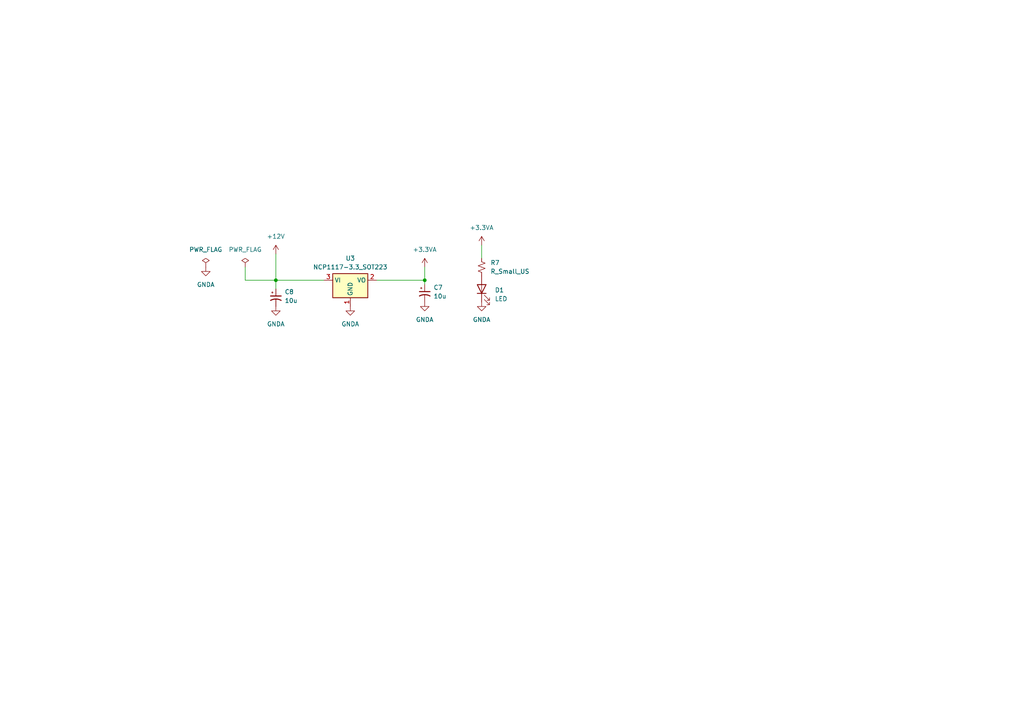
<source format=kicad_sch>
(kicad_sch (version 20230121) (generator eeschema)
  (paper "A4")
  (title_block (title "MicroLink - Power Related") (date "2024-02-20") (rev "0") (company "Bruce MacKinnon KC1FSZ") (comment 1 "Copyright (C) 2024 - Not For Commercial Use"))
  (lib_symbols
    (symbol "Device:C_Polarized_Small_US" (pin_numbers hide) (pin_names (offset 0.254) hide)
      (property "Reference" "C" (at 0.254 1.778 0))
      (property "Value" "C_Polarized_Small_US" (at 0.254 -2.032 0))
      (symbol "C_Polarized_Small_US_0_1"
        (polyline (pts (xy -1.524 0.508) (xy 1.524 0.508)) (stroke (width 0.3048)))
        (polyline (pts (xy -1.27 1.524) (xy -0.762 1.524)))
        (polyline (pts (xy -1.016 1.27) (xy -1.016 1.778)))
        (arc (start 1.524 -0.762) (mid 0 -0.3734) (end -1.524 -0.762) (stroke (width 0.3048)))
      )
      (symbol "C_Polarized_Small_US_1_1"
        (pin passive line (at 0 2.54 270) (length 2.032) (name "~") (number "1"))
        (pin passive line (at 0 -2.54 90) (length 2.032) (name "~") (number "2"))
      )
    )
    (symbol "Device:LED" (pin_numbers hide) (pin_names (offset 1.016) hide)
      (property "Reference" "D" (at 0 2.54 0))
      (property "Value" "LED" (at 0 -2.54 0))
      (symbol "LED_0_1"
        (polyline (pts (xy -1.27 -1.27) (xy -1.27 1.27)) (stroke (width 0.254)))
        (polyline (pts (xy -1.27 0) (xy 1.27 0)))
        (polyline (pts (xy 1.27 -1.27) (xy 1.27 1.27) (xy -1.27 0) (xy 1.27 -1.27)) (stroke (width 0.254)))
        (polyline (pts (xy -3.048 -0.762) (xy -4.572 -2.286) (xy -3.81 -2.286) (xy -4.572 -2.286) (xy -4.572 -1.524)))
        (polyline (pts (xy -1.778 -0.762) (xy -3.302 -2.286) (xy -2.54 -2.286) (xy -3.302 -2.286) (xy -3.302 -1.524)))
      )
      (symbol "LED_1_1"
        (pin passive line (at -3.81 0 0) (length 2.54) (name "K") (number "1"))
        (pin passive line (at 3.81 0 180) (length 2.54) (name "A") (number "2"))
      )
    )
    (symbol "Device:R_Small_US" (pin_numbers hide) (pin_names (offset 0.254) hide)
      (property "Reference" "R" (at 0.762 0.508 0))
      (property "Value" "R_Small_US" (at 0.762 -1.016 0))
      (symbol "R_Small_US_1_1"
        (polyline (pts (xy 0 0) (xy 1.016 -0.381) (xy 0 -0.762) (xy -1.016 -1.143) (xy 0 -1.524)))
        (polyline (pts (xy 0 1.524) (xy 1.016 1.143) (xy 0 0.762) (xy -1.016 0.381) (xy 0 0)))
        (pin passive line (at 0 2.54 270) (length 1.016) (name "~") (number "1"))
        (pin passive line (at 0 -2.54 90) (length 1.016) (name "~") (number "2"))
      )
    )
    (symbol "Regulator_Linear:NCP1117-3.3_SOT223"
      (property "Reference" "U" (at -3.81 3.175 0))
      (property "Value" "NCP1117-3.3_SOT223" (at 0 3.175 0))
      (symbol "NCP1117-3.3_SOT223_0_1"
        (rectangle (start -5.08 -5.08) (end 5.08 1.905) (stroke (width 0.254)) (fill (type background)))
      )
      (symbol "NCP1117-3.3_SOT223_1_1"
        (pin power_in line (at 0 -7.62 90) (length 2.54) (name "GND") (number "1"))
        (pin power_out line (at 7.62 0 180) (length 2.54) (name "VO") (number "2"))
        (pin power_in line (at -7.62 0 0) (length 2.54) (name "VI") (number "3"))
      )
    )
    (symbol "power:+12V" (power) (pin_names (offset 0))
      (property "Value" "+12V" (at 0 3.556 0))
      (symbol "+12V_0_1"
        (polyline (pts (xy -0.762 1.27) (xy 0 2.54)))
        (polyline (pts (xy 0 0) (xy 0 2.54)))
        (polyline (pts (xy 0 2.54) (xy 0.762 1.27)))
      )
      (symbol "+12V_1_1"
        (pin power_in line (at 0 0 90) (length 0) hide (name "+12V") (number "1"))
      )
    )
    (symbol "power:+3.3VA" (power) (pin_names (offset 0))
      (property "Value" "+3.3VA" (at 0 3.556 0))
      (symbol "+3.3VA_0_1"
        (polyline (pts (xy -0.762 1.27) (xy 0 2.54)))
        (polyline (pts (xy 0 0) (xy 0 2.54)))
        (polyline (pts (xy 0 2.54) (xy 0.762 1.27)))
      )
      (symbol "+3.3VA_1_1"
        (pin power_in line (at 0 0 90) (length 0) hide (name "+3.3VA") (number "1"))
      )
    )
    (symbol "power:GNDA" (power) (pin_names (offset 0))
      (property "Value" "GNDA" (at 0 -3.81 0))
      (symbol "GNDA_0_1"
        (polyline (pts (xy 0 0) (xy 0 -1.27) (xy 1.27 -1.27) (xy 0 -2.54) (xy -1.27 -1.27) (xy 0 -1.27)))
      )
      (symbol "GNDA_1_1"
        (pin power_in line (at 0 0 270) (length 0) hide (name "GNDA") (number "1"))
      )
    )
    (symbol "power:PWR_FLAG" (power) (pin_numbers hide) (pin_names (offset 0) hide)
      (property "Value" "PWR_FLAG" (at 0 3.81 0))
      (symbol "PWR_FLAG_0_0"
        (pin power_out line (at 0 0 90) (length 0) (name "pwr") (number "1"))
      )
      (symbol "PWR_FLAG_0_1"
        (polyline (pts (xy 0 0) (xy 0 1.27) (xy -1.016 1.905) (xy 0 2.54) (xy 1.016 1.905) (xy 0 1.27)))
      )
    )
  )
  (junction (at 80.01 81.28))
  (junction (at 123.19 81.28))
  (wire (pts (xy 80.01 73.66) (xy 80.01 81.28)))
  (wire (pts (xy 139.7 71.12) (xy 139.7 74.93)))
  (wire (pts (xy 109.22 81.28) (xy 123.19 81.28)))
  (wire (pts (xy 80.01 81.28) (xy 93.98 81.28)))
  (wire (pts (xy 71.12 77.47) (xy 71.12 81.28)))
  (wire (pts (xy 123.19 77.47) (xy 123.19 81.28)))
  (wire (pts (xy 71.12 81.28) (xy 80.01 81.28)))
  (wire (pts (xy 123.19 81.28) (xy 123.19 82.55)))
  (wire (pts (xy 80.01 83.82) (xy 80.01 81.28)))
  (symbol (lib_id "power:+3.3VA") (at 139.7 71.12 0) (unit 1)
    (property "Reference" "#PWR024" (effects hide))
    (property "Value" "+3.3VA" (at 139.7 66.04 0))
  )
  (symbol (lib_id "power:GNDA") (at 101.6 88.9 0) (unit 1)
    (property "Reference" "#PWR021" (effects hide))
    (property "Value" "GNDA" (at 101.6 93.98 0))
  )
  (symbol (lib_id "power:PWR_FLAG") (at 59.69 77.47 0) (unit 1)
    (property "Reference" "#FLG02" (effects hide))
    (property "Value" "PWR_FLAG" (at 59.69 72.39 0))
  )
  (symbol (lib_id "power:GNDA") (at 80.01 88.9 0) (unit 1)
    (property "Reference" "#PWR014" (effects hide))
    (property "Value" "GNDA" (at 80.01 93.98 0))
  )
  (symbol (lib_id "power:+3.3VA") (at 123.19 77.47 0) (unit 1)
    (property "Reference" "#PWR016" (effects hide))
    (property "Value" "+3.3VA" (at 123.19 72.39 0))
  )
  (symbol (lib_id "power:GNDA") (at 123.19 87.63 0) (unit 1)
    (property "Reference" "#PWR015" (effects hide))
    (property "Value" "GNDA" (at 123.19 92.71 0))
  )
  (symbol (lib_id "power:GNDA") (at 59.69 77.47 0) (unit 1)
    (property "Reference" "#PWR029" (effects hide))
    (property "Value" "GNDA" (at 59.69 82.55 0))
  )
  (symbol (lib_id "power:+12V") (at 80.01 73.66 0) (unit 1)
    (property "Reference" "#PWR022" (effects hide))
    (property "Value" "+12V" (at 80.01 68.58 0))
  )
  (symbol (lib_id "Device:C_Polarized_Small_US") (at 80.01 86.36 0) (unit 1)
    (property "Reference" "C8" (at 82.55 84.6582 0) (effects (justify left)))
    (property "Value" "10u" (at 82.55 87.1982 0) (effects (justify left)))
  )
  (symbol (lib_id "Regulator_Linear:NCP1117-3.3_SOT223") (at 101.6 81.28 0) (unit 1)
    (property "Reference" "U3" (at 101.6 74.93 0))
    (property "Value" "NCP1117-3.3_SOT223" (at 101.6 77.47 0))
    (property "Footprint" "Package_TO_SOT_SMD:SOT-223-3_TabPin2" (effects hide))
    (property "Datasheet" "http://www.onsemi.com/pub_link/Collateral/NCP1117-D.PDF" (effects hide))
  )
  (symbol (lib_id "Device:C_Polarized_Small_US") (at 123.19 85.09 0) (unit 1)
    (property "Reference" "C7" (at 125.73 83.3882 0) (effects (justify left)))
    (property "Value" "10u" (at 125.73 85.9282 0) (effects (justify left)))
  )
  (symbol (lib_id "Device:R_Small_US") (at 139.7 77.47 0) (unit 1)
    (property "Reference" "R7" (at 142.24 76.2 0) (effects (justify left)))
    (property "Value" "R_Small_US" (at 142.24 78.74 0) (effects (justify left)))
  )
  (symbol (lib_id "Device:LED") (at 139.7 83.82 90) (unit 1)
    (property "Reference" "D1" (at 143.51 84.1375 90) (effects (justify right)))
    (property "Value" "LED" (at 143.51 86.6775 90) (effects (justify right)))
  )
  (symbol (lib_id "power:PWR_FLAG") (at 71.12 77.47 0) (unit 1)
    (property "Reference" "#FLG01" (effects hide))
    (property "Value" "PWR_FLAG" (at 71.12 72.39 0))
  )
  (symbol (lib_id "power:GNDA") (at 139.7 87.63 0) (unit 1)
    (property "Reference" "#PWR025" (effects hide))
    (property "Value" "GNDA" (at 139.7 92.71 0))
  )
)
</source>
